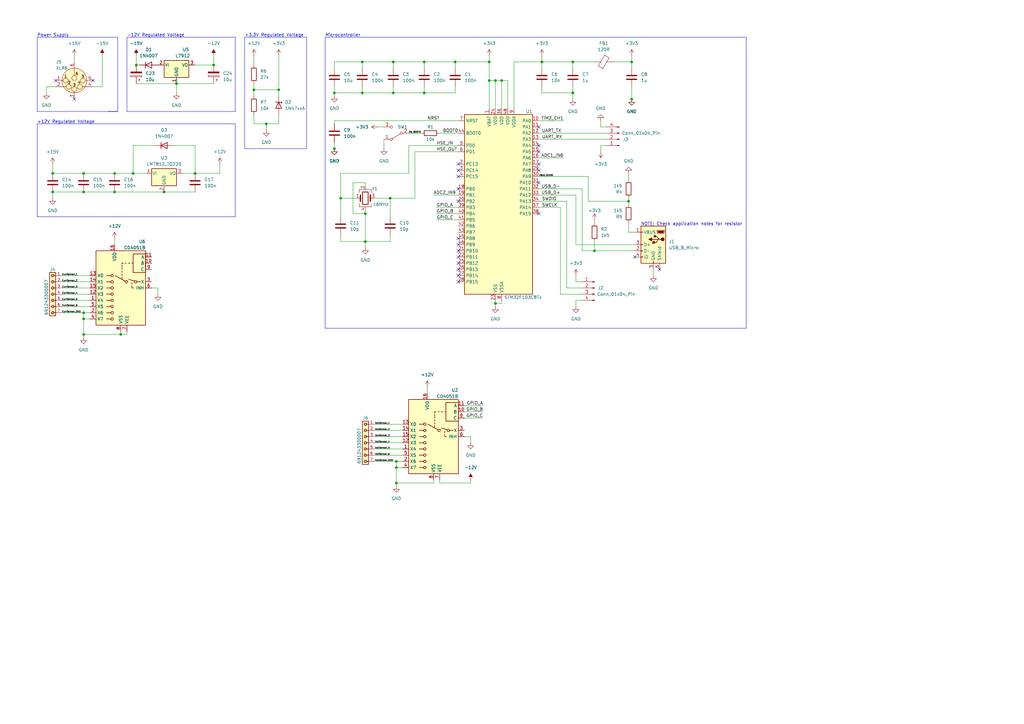
<source format=kicad_sch>
(kicad_sch (version 20230121) (generator eeschema)
  (paper "A3")
  (title_block (title "Senior Design") (date "2023-09-18") (company "Michael Mederos and Julio Barreto Tannoux"))
  (lib_symbols
    (symbol "691243300007:691243300007" (pin_names (offset 1.016))
      (property "Reference" "J" (at -9.96 -0.922 0))
      (property "Value" "691243300007" (at -9.91 -2.58 0))
      (symbol "691243300007_0_0"
        (pin passive line (at -7.62 -5.08 90) (length 2.54) (name "~") (number "1"))
        (pin passive line (at -5.08 -5.08 90) (length 2.54) (name "~") (number "2"))
        (pin passive line (at -2.54 -5.08 90) (length 2.54) (name "~") (number "3"))
        (pin passive line (at 0 -5.08 90) (length 2.54) (name "~") (number "4"))
        (pin passive line (at 2.54 -5.08 90) (length 2.54) (name "~") (number "5"))
        (pin passive line (at 5.08 -5.08 90) (length 2.54) (name "~") (number "6"))
        (pin passive line (at 7.62 -5.08 90) (length 2.54) (name "~") (number "7"))
      )
    )
    (symbol "Analog_Switch:CD4051B"
      (property "Reference" "U" (at -10.16 16.51 0))
      (property "Value" "CD4051B" (at 3.81 16.51 0))
      (symbol "CD4051B_1_1"
        (pin bidirectional line (at 12.7 -5.08 180) (length 2.54) (name "X4") (number "1"))
        (pin input line (at -12.7 10.16 0) (length 2.54) (name "B") (number "10"))
        (pin input line (at -12.7 12.7 0) (length 2.54) (name "A") (number "11"))
        (pin bidirectional line (at 12.7 -2.54 180) (length 2.54) (name "X3") (number "12"))
        (pin bidirectional line (at 12.7 5.08 180) (length 2.54) (name "X0") (number "13"))
        (pin bidirectional line (at 12.7 2.54 180) (length 2.54) (name "X1") (number "14"))
        (pin bidirectional line (at 12.7 0 180) (length 2.54) (name "X2") (number "15"))
        (pin power_in line (at 2.54 17.78 270) (length 2.54) (name "VDD") (number "16"))
        (pin bidirectional line (at 12.7 -10.16 180) (length 2.54) (name "X6") (number "2"))
        (pin bidirectional line (at -12.7 2.54 0) (length 2.54) (name "X") (number "3"))
        (pin bidirectional line (at 12.7 -12.7 180) (length 2.54) (name "X7") (number "4"))
        (pin bidirectional line (at 12.7 -7.62 180) (length 2.54) (name "X5") (number "5"))
        (pin input line (at -12.7 0 0) (length 2.54) (name "INH") (number "6"))
        (pin power_in line (at -2.54 -17.78 90) (length 2.54) (name "VEE") (number "7"))
        (pin power_in line (at 0 -17.78 90) (length 2.54) (name "VSS") (number "8"))
        (pin input line (at -12.7 7.62 0) (length 2.54) (name "C") (number "9"))
      )
    )
    (symbol "Connector:Conn_01x04_Pin" (pin_names (offset 1.016) hide)
      (property "Reference" "J" (at 0 5.08 0))
      (property "Value" "Conn_01x04_Pin" (at 0 -7.62 0))
      (symbol "Conn_01x04_Pin_1_1"
        (pin passive line (at 5.08 2.54 180) (length 3.81) (name "Pin_1") (number "1"))
        (pin passive line (at 5.08 0 180) (length 3.81) (name "Pin_2") (number "2"))
        (pin passive line (at 5.08 -2.54 180) (length 3.81) (name "Pin_3") (number "3"))
        (pin passive line (at 5.08 -5.08 180) (length 3.81) (name "Pin_4") (number "4"))
      )
    )
    (symbol "Connector:USB_B_Micro" (pin_names (offset 1.016))
      (property "Reference" "J" (at -5.08 11.43 0))
      (property "Value" "USB_B_Micro" (at -5.08 8.89 0))
      (symbol "USB_B_Micro_1_1"
        (pin power_out line (at 7.62 5.08 180) (length 2.54) (name "VBUS") (number "1"))
        (pin bidirectional line (at 7.62 -2.54 180) (length 2.54) (name "D-") (number "2"))
        (pin bidirectional line (at 7.62 0 180) (length 2.54) (name "D+") (number "3"))
        (pin passive line (at 7.62 -5.08 180) (length 2.54) (name "ID") (number "4"))
        (pin power_out line (at 0 -10.16 90) (length 2.54) (name "GND") (number "5"))
        (pin passive line (at -2.54 -10.16 90) (length 2.54) (name "Shield") (number "6"))
      )
    )
    (symbol "Connector_Audio:XLR6" (pin_names hide)
      (property "Reference" "J" (at 2.54 6.35 0))
      (property "Value" "XLR6" (at 5.08 -6.096 0))
      (symbol "XLR6_0_1"
        (text "1" (at -3.556 1.778 0) (effects (font (size 1.016 1.016) bold)))
        (text "2" (at -2.032 -0.762 0) (effects (font (size 1.016 1.016) bold)))
        (text "3" (at 0 -1.778 0) (effects (font (size 1.016 1.016) bold)))
        (text "4" (at 2.032 -0.762 0) (effects (font (size 1.016 1.016) bold)))
        (text "5" (at 3.556 1.778 0) (effects (font (size 1.016 1.016) bold)))
        (text "6" (at 1.016 2.794 0) (effects (font (size 1.016 1.016) bold)))
      )
      (symbol "XLR6_1_1"
        (pin passive line (at -7.62 0 0) (length 2.54) (name "P1") (number "1"))
        (pin passive line (at -7.62 -2.54 0) (length 2.54) (name "P2") (number "2"))
        (pin passive line (at 0 -7.62 90) (length 2.54) (name "P3") (number "3"))
        (pin passive line (at 7.62 -2.54 180) (length 2.54) (name "P3") (number "4"))
        (pin passive line (at 7.62 0 180) (length 2.54) (name "P5") (number "5"))
        (pin passive line (at 0 7.62 270) (length 2.54) (name "P6") (number "6"))
      )
    )
    (symbol "Device:C" (pin_numbers hide) (pin_names (offset 0.254))
      (property "Reference" "C" (at 0.635 2.54 0))
      (property "Value" "C" (at 0.635 -2.54 0))
      (symbol "C_1_1"
        (pin passive line (at 0 3.81 270) (length 2.794) (name "~") (number "1"))
        (pin passive line (at 0 -3.81 90) (length 2.794) (name "~") (number "2"))
      )
    )
    (symbol "Device:C_Polarized" (pin_numbers hide) (pin_names (offset 0.254))
      (property "Reference" "C" (at 0.635 2.54 0))
      (property "Value" "C_Polarized" (at 0.635 -2.54 0))
      (symbol "C_Polarized_1_1"
        (pin passive line (at 0 3.81 270) (length 2.794) (name "~") (number "1"))
        (pin passive line (at 0 -3.81 90) (length 2.794) (name "~") (number "2"))
      )
    )
    (symbol "Device:Crystal_GND24" (pin_names (offset 1.016) hide)
      (property "Reference" "Y" (at 3.175 5.08 0))
      (property "Value" "Crystal_GND24" (at 3.175 3.175 0))
      (symbol "Crystal_GND24_1_1"
        (pin passive line (at -3.81 0 0) (length 1.27) (name "1") (number "1"))
        (pin passive line (at 0 5.08 270) (length 1.27) (name "2") (number "2"))
        (pin passive line (at 3.81 0 180) (length 1.27) (name "3") (number "3"))
        (pin passive line (at 0 -5.08 90) (length 1.27) (name "4") (number "4"))
      )
    )
    (symbol "Device:FerriteBead" (pin_numbers hide) (pin_names (offset 0))
      (property "Reference" "FB" (at -3.81 0.635 90))
      (property "Value" "FerriteBead" (at 3.81 0 90))
      (symbol "FerriteBead_1_1"
        (pin passive line (at 0 3.81 270) (length 2.54) (name "~") (number "1"))
        (pin passive line (at 0 -3.81 90) (length 2.54) (name "~") (number "2"))
      )
    )
    (symbol "Device:R" (pin_numbers hide) (pin_names (offset 0))
      (property "Reference" "R" (at 2.032 0 90))
      (property "Value" "R" (at 0 0 90))
      (symbol "R_1_1"
        (pin passive line (at 0 3.81 270) (length 1.27) (name "~") (number "1"))
        (pin passive line (at 0 -3.81 90) (length 1.27) (name "~") (number "2"))
      )
    )
    (symbol "Diode:1N4007" (pin_numbers hide) (pin_names hide)
      (property "Reference" "D" (at 0 2.54 0))
      (property "Value" "1N4007" (at 0 -2.54 0))
      (symbol "1N4007_1_1"
        (pin passive line (at -3.81 0 0) (length 2.54) (name "K") (number "1"))
        (pin passive line (at 3.81 0 180) (length 2.54) (name "A") (number "2"))
      )
    )
    (symbol "Diode:1N47xxA" (pin_numbers hide) (pin_names hide)
      (property "Reference" "D" (at 0 2.54 0))
      (property "Value" "1N47xxA" (at 0 -2.54 0))
      (symbol "1N47xxA_1_1"
        (pin passive line (at -3.81 0 0) (length 2.54) (name "K") (number "1"))
        (pin passive line (at 3.81 0 180) (length 2.54) (name "A") (number "2"))
      )
    )
    (symbol "MCU_ST_STM32F1:STM32F103C8Tx"
      (property "Reference" "U" (at -12.7 39.37 0))
      (property "Value" "STM32F103C8Tx" (at 10.16 39.37 0))
      (symbol "STM32F103C8Tx_1_1"
        (pin power_in line (at -2.54 40.64 270) (length 2.54) (name "VBAT") (number "1"))
        (pin bidirectional line (at 17.78 35.56 180) (length 2.54) (name "PA0") (number "10"))
        (pin bidirectional line (at 17.78 33.02 180) (length 2.54) (name "PA1") (number "11"))
        (pin bidirectional line (at 17.78 30.48 180) (length 2.54) (name "PA2") (number "12"))
        (pin bidirectional line (at 17.78 27.94 180) (length 2.54) (name "PA3") (number "13"))
        (pin bidirectional line (at 17.78 25.4 180) (length 2.54) (name "PA4") (number "14"))
        (pin bidirectional line (at 17.78 22.86 180) (length 2.54) (name "PA5") (number "15"))
        (pin bidirectional line (at 17.78 20.32 180) (length 2.54) (name "PA6") (number "16"))
        (pin bidirectional line (at 17.78 17.78 180) (length 2.54) (name "PA7") (number "17"))
        (pin bidirectional line (at -15.24 7.62 0) (length 2.54) (name "PB0") (number "18"))
        (pin bidirectional line (at -15.24 5.08 0) (length 2.54) (name "PB1") (number "19"))
        (pin bidirectional line (at -15.24 17.78 0) (length 2.54) (name "PC13") (number "2"))
        (pin bidirectional line (at -15.24 2.54 0) (length 2.54) (name "PB2") (number "20"))
        (pin bidirectional line (at -15.24 -17.78 0) (length 2.54) (name "PB10") (number "21"))
        (pin bidirectional line (at -15.24 -20.32 0) (length 2.54) (name "PB11") (number "22"))
        (pin power_in line (at 0 -38.1 90) (length 2.54) (name "VSS") (number "23"))
        (pin power_in line (at 0 40.64 270) (length 2.54) (name "VDD") (number "24"))
        (pin bidirectional line (at -15.24 -22.86 0) (length 2.54) (name "PB12") (number "25"))
        (pin bidirectional line (at -15.24 -25.4 0) (length 2.54) (name "PB13") (number "26"))
        (pin bidirectional line (at -15.24 -27.94 0) (length 2.54) (name "PB14") (number "27"))
        (pin bidirectional line (at -15.24 -30.48 0) (length 2.54) (name "PB15") (number "28"))
        (pin bidirectional line (at 17.78 15.24 180) (length 2.54) (name "PA8") (number "29"))
        (pin bidirectional line (at -15.24 15.24 0) (length 2.54) (name "PC14") (number "3"))
        (pin bidirectional line (at 17.78 12.7 180) (length 2.54) (name "PA9") (number "30"))
        (pin bidirectional line (at 17.78 10.16 180) (length 2.54) (name "PA10") (number "31"))
        (pin bidirectional line (at 17.78 7.62 180) (length 2.54) (name "PA11") (number "32"))
        (pin bidirectional line (at 17.78 5.08 180) (length 2.54) (name "PA12") (number "33"))
        (pin bidirectional line (at 17.78 2.54 180) (length 2.54) (name "PA13") (number "34"))
        (pin passive line (at 0 -38.1 90) (length 2.54) hide (name "VSS") (number "35"))
        (pin power_in line (at 2.54 40.64 270) (length 2.54) (name "VDD") (number "36"))
        (pin bidirectional line (at 17.78 0 180) (length 2.54) (name "PA14") (number "37"))
        (pin bidirectional line (at 17.78 -2.54 180) (length 2.54) (name "PA15") (number "38"))
        (pin bidirectional line (at -15.24 0 0) (length 2.54) (name "PB3") (number "39"))
        (pin bidirectional line (at -15.24 12.7 0) (length 2.54) (name "PC15") (number "4"))
        (pin bidirectional line (at -15.24 -2.54 0) (length 2.54) (name "PB4") (number "40"))
        (pin bidirectional line (at -15.24 -5.08 0) (length 2.54) (name "PB5") (number "41"))
        (pin bidirectional line (at -15.24 -7.62 0) (length 2.54) (name "PB6") (number "42"))
        (pin bidirectional line (at -15.24 -10.16 0) (length 2.54) (name "PB7") (number "43"))
        (pin input line (at -15.24 30.48 0) (length 2.54) (name "BOOT0") (number "44"))
        (pin bidirectional line (at -15.24 -12.7 0) (length 2.54) (name "PB8") (number "45"))
        (pin bidirectional line (at -15.24 -15.24 0) (length 2.54) (name "PB9") (number "46"))
        (pin passive line (at 0 -38.1 90) (length 2.54) hide (name "VSS") (number "47"))
        (pin power_in line (at 5.08 40.64 270) (length 2.54) (name "VDD") (number "48"))
        (pin bidirectional line (at -15.24 25.4 0) (length 2.54) (name "PD0") (number "5"))
        (pin bidirectional line (at -15.24 22.86 0) (length 2.54) (name "PD1") (number "6"))
        (pin input line (at -15.24 35.56 0) (length 2.54) (name "NRST") (number "7"))
        (pin power_in line (at 2.54 -38.1 90) (length 2.54) (name "VSSA") (number "8"))
        (pin power_in line (at 7.62 40.64 270) (length 2.54) (name "VDDA") (number "9"))
      )
    )
    (symbol "Regulator_Linear:L7912" (pin_names (offset 0.254))
      (property "Reference" "U" (at -3.81 -3.175 0))
      (property "Value" "L7912" (at 0 -3.175 0))
      (symbol "L7912_1_1"
        (pin power_in line (at 0 7.62 270) (length 2.54) (name "GND") (number "1"))
        (pin power_in line (at -7.62 0 0) (length 2.54) (name "VI") (number "2"))
        (pin power_out line (at 7.62 0 180) (length 2.54) (name "VO") (number "3"))
      )
    )
    (symbol "Regulator_Linear:LM7812_TO220" (pin_names (offset 0.254))
      (property "Reference" "U" (at -3.81 3.175 0))
      (property "Value" "LM7812_TO220" (at 0 3.175 0))
      (symbol "LM7812_TO220_1_1"
        (pin power_in line (at -7.62 0 0) (length 2.54) (name "VI") (number "1"))
        (pin power_in line (at 0 -7.62 90) (length 2.54) (name "GND") (number "2"))
        (pin power_out line (at 7.62 0 180) (length 2.54) (name "VO") (number "3"))
      )
    )
    (symbol "Switch:SW_SPDT" (pin_names (offset 0) hide)
      (property "Reference" "SW" (at 0 4.318 0))
      (property "Value" "SW_SPDT" (at 0 -5.08 0))
      (symbol "SW_SPDT_1_1"
        (pin passive line (at 5.08 2.54 180) (length 2.54) (name "A") (number "1"))
        (pin passive line (at -5.08 0 0) (length 2.54) (name "B") (number "2"))
        (pin passive line (at 5.08 -2.54 180) (length 2.54) (name "C") (number "3"))
      )
    )
    (symbol "power:+12V" (power) (pin_names (offset 0))
      (property "Value" "+12V" (at 0 3.556 0))
      (symbol "+12V_1_1"
        (pin power_in line (at 0 0 90) (length 0) hide (name "+12V") (number "1"))
      )
    )
    (symbol "power:+15V" (power) (pin_names (offset 0))
      (property "Value" "+15V" (at 0 3.556 0))
      (symbol "+15V_1_1"
        (pin power_in line (at 0 0 90) (length 0) hide (name "+15V") (number "1"))
      )
    )
    (symbol "power:+3V3" (power) (pin_names (offset 0))
      (property "Value" "+3V3" (at 0 3.556 0))
      (symbol "+3V3_1_1"
        (pin power_in line (at 0 0 90) (length 0) hide (name "+3V3") (number "1"))
      )
    )
    (symbol "power:-12V" (power) (pin_names (offset 0))
      (property "Value" "-12V" (at 0 3.81 0))
      (symbol "-12V_0_0"
        (pin power_in line (at 0 0 90) (length 0) hide (name "-12V") (number "1"))
      )
    )
    (symbol "power:-15V" (power) (pin_names (offset 0))
      (property "Value" "-15V" (at 0 3.81 0))
      (symbol "-15V_0_0"
        (pin power_in line (at 0 0 90) (length 0) hide (name "-15V") (number "1"))
      )
    )
    (symbol "power:GND" (power) (pin_names (offset 0))
      (property "Value" "GND" (at 0 -3.81 0))
      (symbol "GND_1_1"
        (pin power_in line (at 0 0 270) (length 0) hide (name "GND") (number "1"))
      )
    )
  )
  (junction (at 161.29 38.1))
  (junction (at 34.29 137.16))
  (junction (at 173.99 38.1))
  (junction (at 72.39 34.29))
  (junction (at 80.01 71.12))
  (junction (at 162.56 191.77))
  (junction (at 55.88 26.67))
  (junction (at 104.14 36.83))
  (junction (at 203.2 33.02))
  (junction (at 21.59 71.12))
  (junction (at 46.99 78.74))
  (junction (at 257.81 82.55))
  (junction (at 203.2 124.46))
  (junction (at 139.7 81.28))
  (junction (at 34.29 128.27))
  (junction (at 67.31 78.74))
  (junction (at 34.29 130.81))
  (junction (at 114.3 36.83))
  (junction (at 259.08 25.4))
  (junction (at 243.84 102.87))
  (junction (at 173.99 25.4))
  (junction (at 46.99 71.12))
  (junction (at 54.61 71.12))
  (junction (at 160.02 81.28))
  (junction (at 186.69 25.4))
  (junction (at 34.29 78.74))
  (junction (at 149.86 87.63))
  (junction (at 49.53 137.16))
  (junction (at 148.59 38.1))
  (junction (at 222.25 25.4))
  (junction (at 259.08 40.64))
  (junction (at 87.63 26.67))
  (junction (at 34.29 71.12))
  (junction (at 149.86 99.06))
  (junction (at 137.16 38.1))
  (junction (at 161.29 25.4))
  (junction (at 205.74 33.02))
  (junction (at 109.22 50.8))
  (junction (at 200.66 25.4))
  (junction (at 162.56 189.23))
  (junction (at 200.66 33.02))
  (junction (at 137.16 60.96))
  (junction (at 162.56 198.12))
  (junction (at 234.95 25.4))
  (junction (at 148.59 25.4))
  (junction (at 234.95 38.1))
  (junction (at 21.59 78.74))
  (no_connect (at 220.98 69.85))
  (no_connect (at 30.48 40.64))
  (no_connect (at 187.96 115.57))
  (no_connect (at 187.96 105.41))
  (no_connect (at 260.35 105.41))
  (no_connect (at 38.1 33.02))
  (no_connect (at 220.98 52.07))
  (no_connect (at 220.98 59.69))
  (no_connect (at 220.98 74.93))
  (no_connect (at 187.96 67.31))
  (no_connect (at 220.98 67.31))
  (no_connect (at 187.96 82.55))
  (no_connect (at 187.96 107.95))
  (no_connect (at 187.96 100.33))
  (no_connect (at 270.51 110.49))
  (no_connect (at 220.98 62.23))
  (no_connect (at 187.96 110.49))
  (no_connect (at 22.86 33.02))
  (no_connect (at 187.96 72.39))
  (no_connect (at 187.96 102.87))
  (no_connect (at 187.96 77.47))
  (no_connect (at 187.96 69.85))
  (no_connect (at 220.98 87.63))
  (no_connect (at 187.96 113.03))
  (no_connect (at 187.96 97.79))
  (wire (pts (xy 55.88 26.67) (xy 57.15 26.67)))
  (wire (pts (xy 160.02 81.28) (xy 170.18 81.28)))
  (wire (pts (xy 25.4 128.27) (xy 34.29 128.27)))
  (wire (pts (xy 55.88 34.29) (xy 72.39 34.29)))
  (wire (pts (xy 248.92 52.07) (xy 246.38 52.07)))
  (wire (pts (xy 162.56 198.12) (xy 162.56 199.39)))
  (wire (pts (xy 238.76 77.47) (xy 238.76 102.87)))
  (wire (pts (xy 153.67 179.07) (xy 165.1 179.07)))
  (wire (pts (xy 170.18 81.28) (xy 170.18 62.23)))
  (wire (pts (xy 153.67 186.69) (xy 165.1 186.69)))
  (wire (pts (xy 234.95 38.1) (xy 234.95 40.64)))
  (wire (pts (xy 67.31 78.74) (xy 80.01 78.74)))
  (wire (pts (xy 180.34 198.12) (xy 193.04 198.12)))
  (wire (pts (xy 21.59 78.74) (xy 34.29 78.74)))
  (wire (pts (xy 161.29 25.4) (xy 173.99 25.4)))
  (polyline (pts (xy 15.24 50.8) (xy 96.52 50.8)))
  (wire (pts (xy 144.78 87.63) (xy 144.78 74.93)))
  (wire (pts (xy 21.59 71.12) (xy 34.29 71.12)))
  (wire (pts (xy 149.86 101.6) (xy 149.86 99.06)))
  (polyline (pts (xy 52.07 15.24) (xy 52.07 45.72)))
  (wire (pts (xy 34.29 78.74) (xy 46.99 78.74)))
  (wire (pts (xy 72.39 34.29) (xy 87.63 34.29)))
  (wire (pts (xy 46.99 97.79) (xy 46.99 100.33)))
  (wire (pts (xy 49.53 137.16) (xy 52.07 137.16)))
  (wire (pts (xy 236.22 100.33) (xy 260.35 100.33)))
  (wire (pts (xy 34.29 71.12) (xy 46.99 71.12)))
  (wire (pts (xy 137.16 27.94) (xy 137.16 25.4)))
  (wire (pts (xy 148.59 38.1) (xy 137.16 38.1)))
  (wire (pts (xy 179.07 90.17) (xy 187.96 90.17)))
  (wire (pts (xy 137.16 49.53) (xy 137.16 50.8)))
  (polyline (pts (xy 125.73 60.96) (xy 125.73 15.24)))
  (wire (pts (xy 222.25 22.86) (xy 222.25 25.4)))
  (wire (pts (xy 177.8 198.12) (xy 177.8 196.85)))
  (wire (pts (xy 220.98 49.53) (xy 231.14 49.53)))
  (wire (pts (xy 21.59 67.31) (xy 21.59 71.12)))
  (wire (pts (xy 208.28 33.02) (xy 205.74 33.02)))
  (wire (pts (xy 173.99 35.56) (xy 173.99 38.1)))
  (wire (pts (xy 80.01 59.69) (xy 80.01 71.12)))
  (wire (pts (xy 251.46 25.4) (xy 259.08 25.4)))
  (wire (pts (xy 153.67 173.99) (xy 165.1 173.99)))
  (wire (pts (xy 170.18 62.23) (xy 187.96 62.23)))
  (wire (pts (xy 41.91 35.56) (xy 41.91 22.86)))
  (wire (pts (xy 38.1 35.56) (xy 41.91 35.56)))
  (wire (pts (xy 203.2 124.46) (xy 203.2 125.73)))
  (wire (pts (xy 241.3 72.39) (xy 241.3 82.55)))
  (wire (pts (xy 203.2 123.19) (xy 203.2 124.46)))
  (wire (pts (xy 220.98 80.01) (xy 236.22 80.01)))
  (wire (pts (xy 80.01 26.67) (xy 87.63 26.67)))
  (wire (pts (xy 238.76 77.47) (xy 220.98 77.47)))
  (wire (pts (xy 257.81 91.44) (xy 257.81 95.25)))
  (wire (pts (xy 153.67 189.23) (xy 162.56 189.23)))
  (wire (pts (xy 179.07 87.63) (xy 187.96 87.63)))
  (wire (pts (xy 200.66 22.86) (xy 200.66 25.4)))
  (wire (pts (xy 234.95 27.94) (xy 234.95 25.4)))
  (polyline (pts (xy 133.35 134.62) (xy 306.07 134.62)))
  (wire (pts (xy 257.81 81.28) (xy 257.81 82.55)))
  (wire (pts (xy 260.35 95.25) (xy 257.81 95.25)))
  (wire (pts (xy 74.93 71.12) (xy 80.01 71.12)))
  (wire (pts (xy 234.95 25.4) (xy 243.84 25.4)))
  (wire (pts (xy 34.29 137.16) (xy 34.29 138.43)))
  (wire (pts (xy 25.4 120.65) (xy 36.83 120.65)))
  (wire (pts (xy 238.76 102.87) (xy 243.84 102.87)))
  (wire (pts (xy 165.1 189.23) (xy 162.56 189.23)))
  (polyline (pts (xy 15.24 45.72) (xy 48.26 45.72)))
  (wire (pts (xy 137.16 58.42) (xy 137.16 60.96)))
  (wire (pts (xy 104.14 34.29) (xy 104.14 36.83)))
  (wire (pts (xy 193.04 179.07) (xy 193.04 181.61)))
  (wire (pts (xy 210.82 25.4) (xy 210.82 44.45)))
  (polyline (pts (xy 48.26 15.24) (xy 15.24 15.24)))
  (wire (pts (xy 25.4 115.57) (xy 36.83 115.57)))
  (wire (pts (xy 114.3 36.83) (xy 114.3 39.37)))
  (wire (pts (xy 149.86 74.93) (xy 149.86 76.2)))
  (wire (pts (xy 222.25 35.56) (xy 222.25 38.1)))
  (wire (pts (xy 149.86 87.63) (xy 144.78 87.63)))
  (wire (pts (xy 180.34 198.12) (xy 180.34 196.85)))
  (wire (pts (xy 139.7 81.28) (xy 139.7 71.12)))
  (wire (pts (xy 236.22 113.03) (xy 236.22 115.57)))
  (wire (pts (xy 109.22 50.8) (xy 114.3 50.8)))
  (wire (pts (xy 234.95 38.1) (xy 234.95 35.56)))
  (wire (pts (xy 205.74 123.19) (xy 205.74 124.46)))
  (wire (pts (xy 173.99 25.4) (xy 186.69 25.4)))
  (wire (pts (xy 153.67 81.28) (xy 160.02 81.28)))
  (wire (pts (xy 46.99 78.74) (xy 67.31 78.74)))
  (wire (pts (xy 114.3 46.99) (xy 114.3 50.8)))
  (wire (pts (xy 179.07 85.09) (xy 187.96 85.09)))
  (wire (pts (xy 257.81 82.55) (xy 257.81 83.82)))
  (wire (pts (xy 63.5 59.69) (xy 54.61 59.69)))
  (wire (pts (xy 246.38 52.07) (xy 246.38 49.53)))
  (wire (pts (xy 144.78 74.93) (xy 149.86 74.93)))
  (wire (pts (xy 190.5 179.07) (xy 193.04 179.07)))
  (wire (pts (xy 246.38 59.69) (xy 248.92 59.69)))
  (wire (pts (xy 162.56 191.77) (xy 162.56 198.12)))
  (wire (pts (xy 137.16 38.1) (xy 137.16 35.56)))
  (wire (pts (xy 165.1 191.77) (xy 162.56 191.77)))
  (wire (pts (xy 161.29 35.56) (xy 161.29 38.1)))
  (wire (pts (xy 208.28 33.02) (xy 208.28 44.45)))
  (wire (pts (xy 234.95 25.4) (xy 222.25 25.4)))
  (wire (pts (xy 137.16 25.4) (xy 148.59 25.4)))
  (wire (pts (xy 19.05 35.56) (xy 19.05 38.1)))
  (wire (pts (xy 220.98 64.77) (xy 231.14 64.77)))
  (polyline (pts (xy 52.07 45.72) (xy 96.52 45.72)))
  (polyline (pts (xy 44.45 45.72) (xy 48.26 45.72)))
  (wire (pts (xy 146.05 81.28) (xy 139.7 81.28)))
  (wire (pts (xy 200.66 33.02) (xy 200.66 44.45)))
  (wire (pts (xy 25.4 113.03) (xy 36.83 113.03)))
  (wire (pts (xy 161.29 38.1) (xy 148.59 38.1)))
  (wire (pts (xy 167.64 71.12) (xy 167.64 59.69)))
  (wire (pts (xy 52.07 137.16) (xy 52.07 135.89)))
  (wire (pts (xy 64.77 118.11) (xy 64.77 120.65)))
  (wire (pts (xy 220.98 85.09) (xy 229.87 85.09)))
  (wire (pts (xy 34.29 130.81) (xy 34.29 137.16)))
  (wire (pts (xy 198.12 166.37) (xy 190.5 166.37)))
  (wire (pts (xy 62.23 118.11) (xy 64.77 118.11)))
  (wire (pts (xy 229.87 120.65) (xy 229.87 85.09)))
  (wire (pts (xy 54.61 71.12) (xy 59.69 71.12)))
  (wire (pts (xy 55.88 22.86) (xy 55.88 26.67)))
  (wire (pts (xy 161.29 25.4) (xy 161.29 27.94)))
  (polyline (pts (xy 48.26 15.24) (xy 48.26 45.72)))
  (wire (pts (xy 139.7 99.06) (xy 139.7 96.52)))
  (wire (pts (xy 148.59 25.4) (xy 148.59 27.94)))
  (wire (pts (xy 80.01 71.12) (xy 90.17 71.12)))
  (wire (pts (xy 186.69 25.4) (xy 200.66 25.4)))
  (wire (pts (xy 241.3 82.55) (xy 257.81 82.55)))
  (wire (pts (xy 104.14 22.86) (xy 104.14 26.67)))
  (wire (pts (xy 198.12 171.45) (xy 190.5 171.45)))
  (wire (pts (xy 205.74 124.46) (xy 203.2 124.46)))
  (wire (pts (xy 149.86 99.06) (xy 139.7 99.06)))
  (wire (pts (xy 220.98 82.55) (xy 232.41 82.55)))
  (wire (pts (xy 87.63 22.86) (xy 87.63 26.67)))
  (wire (pts (xy 205.74 33.02) (xy 203.2 33.02)))
  (wire (pts (xy 153.67 184.15) (xy 165.1 184.15)))
  (wire (pts (xy 220.98 57.15) (xy 248.92 57.15)))
  (wire (pts (xy 149.86 86.36) (xy 149.86 87.63)))
  (wire (pts (xy 71.12 59.69) (xy 80.01 59.69)))
  (wire (pts (xy 139.7 71.12) (xy 167.64 71.12)))
  (wire (pts (xy 160.02 81.28) (xy 160.02 88.9)))
  (wire (pts (xy 90.17 71.12) (xy 90.17 67.31)))
  (wire (pts (xy 200.66 25.4) (xy 200.66 33.02)))
  (wire (pts (xy 232.41 118.11) (xy 232.41 82.55)))
  (wire (pts (xy 36.83 130.81) (xy 34.29 130.81)))
  (wire (pts (xy 148.59 25.4) (xy 161.29 25.4)))
  (wire (pts (xy 22.86 35.56) (xy 19.05 35.56)))
  (wire (pts (xy 167.64 54.61) (xy 172.72 54.61)))
  (wire (pts (xy 205.74 33.02) (xy 205.74 44.45)))
  (wire (pts (xy 137.16 39.37) (xy 137.16 38.1)))
  (wire (pts (xy 30.48 22.86) (xy 30.48 25.4)))
  (wire (pts (xy 193.04 198.12) (xy 193.04 196.85)))
  (wire (pts (xy 238.76 118.11) (xy 232.41 118.11)))
  (wire (pts (xy 177.8 80.01) (xy 187.96 80.01)))
  (polyline (pts (xy 52.07 15.24) (xy 96.52 15.24)))
  (wire (pts (xy 104.14 36.83) (xy 114.3 36.83)))
  (wire (pts (xy 109.22 50.8) (xy 109.22 53.34)))
  (wire (pts (xy 154.94 52.07) (xy 157.48 52.07)))
  (wire (pts (xy 186.69 35.56) (xy 186.69 38.1)))
  (wire (pts (xy 267.97 110.49) (xy 267.97 113.03)))
  (polyline (pts (xy 133.35 15.24) (xy 306.07 15.24)))
  (polyline (pts (xy 133.35 15.24) (xy 133.35 134.62)))
  (wire (pts (xy 25.4 125.73) (xy 36.83 125.73)))
  (wire (pts (xy 220.98 72.39) (xy 241.3 72.39)))
  (polyline (pts (xy 15.24 50.8) (xy 15.24 88.9)))
  (wire (pts (xy 222.25 25.4) (xy 210.82 25.4)))
  (wire (pts (xy 238.76 123.19) (xy 236.22 123.19)))
  (wire (pts (xy 222.25 25.4) (xy 222.25 27.94)))
  (wire (pts (xy 36.83 128.27) (xy 34.29 128.27)))
  (wire (pts (xy 246.38 62.23) (xy 246.38 59.69)))
  (wire (pts (xy 160.02 96.52) (xy 160.02 99.06)))
  (wire (pts (xy 114.3 22.86) (xy 114.3 36.83)))
  (wire (pts (xy 149.86 99.06) (xy 160.02 99.06)))
  (wire (pts (xy 173.99 25.4) (xy 173.99 27.94)))
  (wire (pts (xy 21.59 78.74) (xy 21.59 81.28)))
  (wire (pts (xy 186.69 38.1) (xy 173.99 38.1)))
  (wire (pts (xy 173.99 38.1) (xy 161.29 38.1)))
  (wire (pts (xy 153.67 176.53) (xy 165.1 176.53)))
  (wire (pts (xy 104.14 46.99) (xy 104.14 50.8)))
  (wire (pts (xy 167.64 59.69) (xy 187.96 59.69)))
  (wire (pts (xy 34.29 128.27) (xy 34.29 130.81)))
  (wire (pts (xy 200.66 33.02) (xy 203.2 33.02)))
  (wire (pts (xy 104.14 50.8) (xy 109.22 50.8)))
  (wire (pts (xy 54.61 59.69) (xy 54.61 71.12)))
  (wire (pts (xy 49.53 137.16) (xy 49.53 135.89)))
  (wire (pts (xy 236.22 80.01) (xy 236.22 100.33)))
  (wire (pts (xy 259.08 22.86) (xy 259.08 25.4)))
  (polyline (pts (xy 100.33 15.24) (xy 125.73 15.24)))
  (wire (pts (xy 104.14 36.83) (xy 104.14 39.37)))
  (wire (pts (xy 236.22 123.19) (xy 236.22 125.73)))
  (wire (pts (xy 162.56 198.12) (xy 177.8 198.12)))
  (wire (pts (xy 25.4 118.11) (xy 36.83 118.11)))
  (wire (pts (xy 220.98 54.61) (xy 248.92 54.61)))
  (wire (pts (xy 238.76 120.65) (xy 229.87 120.65)))
  (wire (pts (xy 175.26 158.75) (xy 175.26 161.29)))
  (polyline (pts (xy 96.52 45.72) (xy 96.52 15.24)))
  (polyline (pts (xy 96.52 88.9) (xy 96.52 50.8)))
  (wire (pts (xy 236.22 115.57) (xy 238.76 115.57)))
  (wire (pts (xy 243.84 90.17) (xy 243.84 91.44)))
  (polyline (pts (xy 306.07 134.62) (xy 306.07 15.24)))
  (polyline (pts (xy 15.24 15.24) (xy 15.24 45.72)))
  (wire (pts (xy 180.34 54.61) (xy 187.96 54.61)))
  (wire (pts (xy 203.2 33.02) (xy 203.2 44.45)))
  (polyline (pts (xy 100.33 15.24) (xy 100.33 60.96)))
  (wire (pts (xy 198.12 168.91) (xy 190.5 168.91)))
  (wire (pts (xy 157.48 57.15) (xy 157.48 60.96)))
  (wire (pts (xy 162.56 189.23) (xy 162.56 191.77)))
  (wire (pts (xy 243.84 102.87) (xy 260.35 102.87)))
  (wire (pts (xy 149.86 87.63) (xy 149.86 99.06)))
  (wire (pts (xy 139.7 81.28) (xy 139.7 88.9)))
  (wire (pts (xy 259.08 25.4) (xy 259.08 27.94)))
  (wire (pts (xy 257.81 73.66) (xy 257.81 71.12)))
  (polyline (pts (xy 15.24 88.9) (xy 96.52 88.9)))
  (wire (pts (xy 153.67 181.61) (xy 165.1 181.61)))
  (wire (pts (xy 46.99 71.12) (xy 54.61 71.12)))
  (polyline (pts (xy 100.33 60.96) (xy 125.73 60.96)))
  (wire (pts (xy 72.39 34.29) (xy 72.39 38.1)))
  (wire (pts (xy 222.25 38.1) (xy 234.95 38.1)))
  (wire (pts (xy 25.4 123.19) (xy 36.83 123.19)))
  (wire (pts (xy 186.69 27.94) (xy 186.69 25.4)))
  (wire (pts (xy 34.29 137.16) (xy 49.53 137.16)))
  (wire (pts (xy 148.59 35.56) (xy 148.59 38.1)))
  (wire (pts (xy 243.84 99.06) (xy 243.84 102.87)))
  (wire (pts (xy 187.96 49.53) (xy 137.16 49.53)))
  (wire (pts (xy 259.08 35.56) (xy 259.08 40.64)))
  (text "Power Supply\n" (at 15.24 15.24 0) (effects (font (size 1.27 1.27)) (justify left bottom)))
  (text "-12V Regulated Voltage\n" (at 52.07 15.24 0) (effects (font (size 1.27 1.27)) (justify left bottom)))
  (text "Microcontroller" (at 133.35 15.24 0) (effects (font (size 1.27 1.27)) (justify left bottom)))
  (text "+3.3V Regulated Voltage\n" (at 100.33 15.24 0) (effects (font (size 1.27 1.27)) (justify left bottom)))
  (text "+12V Regulated Voltage" (at 15.24 50.8 0) (effects (font (size 1.27 1.27)) (justify left bottom)))
  (text "NOTE: Check application notes for resistor" (at 262.89 92.71 0) (effects (font (size 1.27 1.27)) (justify left bottom)))
  (label "SW_BOOT0" (at 167.64 54.61 0) (effects (font (size 0.63 0.63))))
  (label "HSE_OUT" (at 179.07 62.23 0))
  (label "SWDIO" (at 222.25 82.55 0))
  (label "USB_D+" (at 229.87 80.01 180))
  (label "CurrSensor_6" (at 25.4 125.73 0) (effects (font (size 0.63 0.63))))
  (label "VoltSensor_2" (at 153.67 176.53 0) (effects (font (size 0.63 0.63))))
  (label "GPIO_C" (at 179.07 90.17 0))
  (label "CurrSensor_1" (at 25.4 113.03 0) (effects (font (size 0.63 0.63))))
  (label "TIM2_CH1" (at 231.14 49.53 180))
  (label "VoltSensor_5" (at 153.67 184.15 0) (effects (font (size 0.63 0.63))))
  (label "GPIO_C" (at 198.12 171.45 180))
  (label "NRST" (at 175.26 49.53 0))
  (label "GPIO_A" (at 198.12 166.37 180))
  (label "BOOT0" (at 181.61 54.61 0))
  (label "CurrSensor_3" (at 25.4 118.11 0) (effects (font (size 0.63 0.63))))
  (label "CurrSensor_4" (at 25.4 120.65 0) (effects (font (size 0.63 0.63))))
  (label "CurrSensor_GND" (at 25.4 128.27 0) (effects (font (size 0.63 0.63))))
  (label "ADC2_IN9" (at 177.8 80.01 0))
  (label "VoltSensor_GND" (at 153.67 189.23 0) (effects (font (size 0.63 0.63))))
  (label "ADC1_IN6" (at 231.14 64.77 180))
  (label "VoltSensor_6" (at 153.67 186.69 0) (effects (font (size 0.63 0.63))))
  (label "VoltSensor_3" (at 153.67 179.07 0) (effects (font (size 0.63 0.63))))
  (label "UART_TX" (at 222.25 54.61 0))
  (label "CurrSensor_5" (at 25.4 123.19 0) (effects (font (size 0.63 0.63))))
  (label "UART_RX" (at 222.25 57.15 0))
  (label "GPIO_B" (at 198.12 168.91 180))
  (label "VoltSensor_1" (at 153.67 173.99 0) (effects (font (size 0.63 0.63))))
  (label "USB_D-" (at 229.87 77.47 180))
  (label "GPIO_B" (at 179.07 87.63 0))
  (label "HSE_IN" (at 179.07 59.69 0))
  (label "SWCLK" (at 222.25 85.09 0))
  (label "GPIO_A" (at 179.07 85.09 0))
  (label "VBUS_SENSE" (at 220.98 72.39 0) (effects (font (size 0.63 0.63))))
  (label "VoltSensor_4" (at 153.67 181.61 0) (effects (font (size 0.63 0.63))))
  (label "CurrSensor_2" (at 25.4 115.57 0) (effects (font (size 0.63 0.63))))
  (symbol (lib_id "Diode:1N4007") (at 67.31 59.69 0) (unit 1)
    (property "Reference" "D3" (at 67.31 53.34 0))
    (property "Value" "1N4007" (at 67.31 55.88 0))
    (property "Footprint" "Diode_THT:D_DO-41_SOD81_P10.16mm_Horizontal" (effects hide))
    (property "Datasheet" "http://www.vishay.com/docs/88503/1n4001.pdf" (effects hide))
    (property "Sim.Device" "D" (effects hide))
    (property "Sim.Pins" "1=K 2=A" (effects hide))
  )
  (symbol (lib_id "Connector:Conn_01x04_Pin") (at 243.84 118.11 0) (mirror y) (unit 1)
    (property "Reference" "J2" (at 246.38 118.11 0))
    (property "Value" "Conn_01x04_Pin" (at 252.73 120.65 0))
  )
  (symbol (lib_id "power:GND") (at 137.16 60.96 0) (unit 1)
    (property "Reference" "#PWR08" (effects hide))
    (property "Value" "GND" (at 137.16 66.04 0))
  )
  (symbol (lib_id "Device:C") (at 137.16 54.61 0) (unit 1)
    (property "Reference" "C9" (at 140.97 53.34 0) (effects (justify left)))
    (property "Value" "100n" (at 140.97 55.88 0) (effects (justify left)))
  )
  (symbol (lib_id "power:GND") (at 267.97 113.03 0) (unit 1)
    (property "Reference" "#PWR014" (effects hide))
    (property "Value" "GND" (at 267.97 118.11 0))
  )
  (symbol (lib_id "power:GND") (at 162.56 199.39 0) (unit 1)
    (property "Reference" "#PWR019" (effects hide))
    (property "Value" "GND" (at 162.56 204.47 0))
  )
  (symbol (lib_id "power:+3V3") (at 246.38 62.23 0) (mirror x) (unit 1)
    (property "Reference" "#PWR022" (effects hide))
    (property "Value" "+3V3" (at 246.38 67.31 0))
  )
  (symbol (lib_id "Connector:USB_B_Micro") (at 267.97 100.33 0) (mirror y) (unit 1)
    (property "Reference" "J1" (at 274.32 99.06 0) (effects (justify right)))
    (property "Value" "USB_B_Micro" (at 274.32 101.6 0) (effects (justify right)))
  )
  (symbol (lib_id "Device:R") (at 176.53 54.61 90) (unit 1)
    (property "Reference" "R1" (at 176.53 52.07 90))
    (property "Value" "10k" (at 176.53 57.15 90))
  )
  (symbol (lib_id "power:+3V3") (at 114.3 22.86 0) (unit 1)
    (property "Reference" "#PWR038" (effects hide))
    (property "Value" "+3V3" (at 114.3 17.78 0))
  )
  (symbol (lib_id "Device:C_Polarized") (at 87.63 30.48 180) (unit 1)
    (property "Reference" "C24" (at 91.44 30.099 0) (effects (justify right)))
    (property "Value" "10u" (at 91.44 32.639 0) (effects (justify right)))
  )
  (symbol (lib_id "power:+12V") (at 90.17 67.31 0) (unit 1)
    (property "Reference" "#PWR024" (effects hide))
    (property "Value" "+12V" (at 90.17 62.23 0))
  )
  (symbol (lib_id "power:-12V") (at 193.04 196.85 0) (unit 1)
    (property "Reference" "#PWR027" (effects hide))
    (property "Value" "-12V" (at 193.04 191.77 0))
  )
  (symbol (lib_id "power:+3V3") (at 259.08 22.86 0) (unit 1)
    (property "Reference" "#PWR05" (effects hide))
    (property "Value" "+3V3" (at 259.08 17.78 0))
  )
  (symbol (lib_id "Connector:Conn_01x04_Pin") (at 254 57.15 180) (unit 1)
    (property "Reference" "J3" (at 256.54 57.15 0))
    (property "Value" "Conn_01x04_Pin" (at 262.89 54.61 0))
  )
  (symbol (lib_id "Device:C") (at 161.29 31.75 0) (unit 1)
    (property "Reference" "C3" (at 165.1 30.48 0) (effects (justify left)))
    (property "Value" "100n" (at 165.1 33.02 0) (effects (justify left)))
  )
  (symbol (lib_id "power:GND") (at 257.81 71.12 180) (unit 1)
    (property "Reference" "#PWR015" (effects hide))
    (property "Value" "GND" (at 257.81 66.04 0))
  )
  (symbol (lib_id "Device:R") (at 104.14 30.48 0) (unit 1)
    (property "Reference" "R6" (at 106.68 29.21 0) (effects (justify left)))
    (property "Value" "27k" (at 106.68 31.75 0) (effects (justify left)))
  )
  (symbol (lib_id "power:GND") (at 236.22 125.73 0) (unit 1)
    (property "Reference" "#PWR018" (effects hide))
    (property "Value" "GND" (at 236.22 130.81 0))
  )
  (symbol (lib_id "Device:C") (at 234.95 31.75 0) (unit 1)
    (property "Reference" "C7" (at 238.76 30.48 0) (effects (justify left)))
    (property "Value" "1u" (at 238.76 33.02 0) (effects (justify left)))
  )
  (symbol (lib_id "Device:C") (at 186.69 31.75 0) (unit 1)
    (property "Reference" "C1" (at 190.5 30.48 0) (effects (justify left)))
    (property "Value" "100n" (at 190.5 33.02 0) (effects (justify left)))
  )
  (symbol (lib_id "power:+3V3") (at 243.84 90.17 0) (unit 1)
    (property "Reference" "#PWR016" (effects hide))
    (property "Value" "+3V3" (at 243.84 86.36 0))
  )
  (symbol (lib_id "Device:R") (at 104.14 43.18 0) (unit 1)
    (property "Reference" "R7" (at 106.68 41.91 0) (effects (justify left)))
    (property "Value" "10k" (at 106.68 44.45 0) (effects (justify left)))
  )
  (symbol (lib_id "Device:C_Polarized") (at 55.88 30.48 180) (unit 1)
    (property "Reference" "C23" (at 59.69 30.099 0) (effects (justify right)))
    (property "Value" "10u" (at 59.69 32.639 0) (effects (justify right)))
  )
  (symbol (lib_id "power:GND") (at 34.29 138.43 0) (unit 1)
    (property "Reference" "#PWR039" (effects hide))
    (property "Value" "GND" (at 34.29 143.51 0))
  )
  (symbol (lib_id "Device:R") (at 243.84 95.25 0) (unit 1)
    (property "Reference" "R2" (at 246.38 93.98 0) (effects (justify left)))
    (property "Value" "1k5" (at 246.38 96.52 0) (effects (justify left)))
  )
  (symbol (lib_id "power:GND") (at 21.59 81.28 0) (unit 1)
    (property "Reference" "#PWR025" (effects hide))
    (property "Value" "GND" (at 21.59 86.36 0))
  )
  (symbol (lib_id "power:+3V3") (at 236.22 113.03 0) (unit 1)
    (property "Reference" "#PWR017" (effects hide))
    (property "Value" "+3V3" (at 236.22 107.95 0))
  )
  (symbol (lib_id "power:+12V") (at 175.26 158.75 0) (unit 1)
    (property "Reference" "#PWR021" (effects hide))
    (property "Value" "+12V" (at 175.26 153.67 0))
  )
  (symbol (lib_id "power:GND") (at 246.38 49.53 0) (mirror x) (unit 1)
    (property "Reference" "#PWR023" (effects hide))
    (property "Value" "GND" (at 246.38 44.45 0))
  )
  (symbol (lib_id "power:GND") (at 193.04 181.61 0) (unit 1)
    (property "Reference" "#PWR026" (effects hide))
    (property "Value" "GND" (at 193.04 186.69 0))
  )
  (symbol (lib_id "Device:C") (at 46.99 74.93 0) (unit 1)
    (property "Reference" "C16" (at 50.8 73.66 0) (effects (justify left)))
    (property "Value" "100n" (at 50.8 76.2 0) (effects (justify left)))
  )
  (symbol (lib_id "Device:C") (at 139.7 92.71 0) (unit 1)
    (property "Reference" "C11" (at 143.51 91.44 0) (effects (justify left)))
    (property "Value" "10p" (at 143.51 93.98 0) (effects (justify left)))
  )
  (symbol (lib_id "power:+12V") (at 46.99 97.79 0) (unit 1)
    (property "Reference" "#PWR042" (effects hide))
    (property "Value" "+12V" (at 46.99 92.71 0))
  )
  (symbol (lib_id "Device:C") (at 21.59 74.93 0) (unit 1)
    (property "Reference" "C14" (at 25.4 73.66 0) (effects (justify left)))
    (property "Value" "100n" (at 25.4 76.2 0) (effects (justify left)))
  )
  (symbol (lib_id "power:GND") (at 157.48 60.96 0) (unit 1)
    (property "Reference" "#PWR09" (effects hide))
    (property "Value" "GND" (at 157.48 66.04 0))
  )
  (symbol (lib_id "Device:C") (at 34.29 74.93 0) (unit 1)
    (property "Reference" "C15" (at 38.1 73.66 0) (effects (justify left)))
    (property "Value" "100n" (at 38.1 76.2 0) (effects (justify left)))
  )
  (symbol (lib_id "power:GND") (at 109.22 53.34 0) (unit 1)
    (property "Reference" "#PWR037" (effects hide))
    (property "Value" "GND" (at 109.22 58.42 0))
  )
  (symbol (lib_id "power:+12V") (at 104.14 22.86 0) (unit 1)
    (property "Reference" "#PWR036" (effects hide))
    (property "Value" "+12V" (at 104.14 17.78 0))
  )
  (symbol (lib_id "power:GND") (at 149.86 101.6 0) (unit 1)
    (property "Reference" "#PWR012" (effects hide))
    (property "Value" "GND" (at 149.86 106.68 0))
  )
  (symbol (lib_id "Device:FerriteBead") (at 247.65 25.4 90) (unit 1)
    (property "Reference" "FB1" (at 247.5992 17.78 90))
    (property "Value" "120R" (at 247.5992 20.32 90))
  )
  (symbol (lib_id "power:GND") (at 137.16 60.96 0) (unit 1)
    (property "Reference" "#PWR011" (effects hide))
    (property "Value" "GND" (at 137.16 66.04 0))
  )
  (symbol (lib_id "Device:C") (at 259.08 31.75 0) (unit 1)
    (property "Reference" "C8" (at 262.89 30.48 0) (effects (justify left)))
    (property "Value" "1u" (at 262.89 33.02 0) (effects (justify left)))
  )
  (symbol (lib_id "power:GND") (at 137.16 39.37 0) (unit 1)
    (property "Reference" "#PWR03" (effects hide))
    (property "Value" "GND" (at 137.16 44.45 0))
  )
  (symbol (lib_id "Regulator_Linear:L7912") (at 72.39 26.67 0) (mirror x) (unit 1)
    (property "Reference" "U5" (at 76.2 20.32 0))
    (property "Value" "L7912" (at 74.93 22.86 0))
    (property "Datasheet" "http://www.st.com/content/ccc/resource/technical/document/datasheet/c9/16/86/41/c7/2b/45/f2/CD00000450.pdf/files/CD00000450.pdf/jcr:content/translations/en.CD00000450.pdf" (effects hide))
  )
  (symbol (lib_id "power:GND") (at 72.39 38.1 0) (unit 1)
    (property "Reference" "#PWR035" (effects hide))
    (property "Value" "GND" (at 72.39 43.18 0))
  )
  (symbol (lib_id "power:GND") (at 234.95 40.64 0) (unit 1)
    (property "Reference" "#PWR06" (effects hide))
    (property "Value" "GND" (at 234.95 45.72 0))
  )
  (symbol (lib_id "power:GND") (at 64.77 120.65 0) (unit 1)
    (property "Reference" "#PWR040" (effects hide))
    (property "Value" "GND" (at 64.77 125.73 0))
  )
  (symbol (lib_id "power:-15V") (at 55.88 22.86 0) (unit 1)
    (property "Reference" "#PWR034" (effects hide))
    (property "Value" "-15V" (at 55.88 17.78 0))
  )
  (symbol (lib_id "Analog_Switch:CD4051B") (at 49.53 118.11 0) (mirror y) (unit 1)
    (property "Reference" "U6" (at 59.69 99.06 0) (effects (justify left)))
    (property "Value" "CD4051B" (at 59.69 101.6 0) (effects (justify left)))
    (property "Datasheet" "http://www.ti.com/lit/ds/symlink/cd4052b.pdf" (effects hide))
  )
  (symbol (lib_id "Device:C") (at 160.02 92.71 0) (unit 1)
    (property "Reference" "C10" (at 163.83 91.44 0) (effects (justify left)))
    (property "Value" "10p" (at 163.83 93.98 0) (effects (justify left)))
  )
  (symbol (lib_id "Switch:SW_SPDT") (at 162.56 54.61 180) (unit 1)
    (property "Reference" "SW1" (at 165.1 52.07 0))
    (property "Value" "SW_SPDT" (effects hide))
  )
  (symbol (lib_id "Device:C") (at 222.25 31.75 0) (unit 1)
    (property "Reference" "C6" (at 226.06 30.48 0) (effects (justify left)))
    (property "Value" "10n" (at 226.06 33.02 0) (effects (justify left)))
  )
  (symbol (lib_id "power:+15V") (at 30.48 22.86 0) (unit 1)
    (property "Reference" "#PWR030" (effects hide))
    (property "Value" "+15V" (at 30.48 17.78 0))
  )
  (symbol (lib_id "691243300007:691243300007") (at 148.59 181.61 90) (mirror x) (unit 1)
    (property "Reference" "J6" (at 149.86 171.45 90))
    (property "Value" "691243300007" (at 147.32 182.88 0))
    (property "Footprint" "691243300007:691243300007" (effects hide))
    (property "WIRE" "30 to 16 (AWG) 0.05 to 1.31 (mm²)" (effects hide))
    (property "Description" "\n3.81 MM TERMINAL BLOCK, VERTICAL\n" (effects hide))
    (property "Package" "None" (effects hide))
    (property "Purchase-URL" "https://www.snapeda.com/api/url_track_click_mouser/?unipart_id=11821232&manufacturer=Würth Elektronik&part_name=691243300007&search_term=7 pin wire to board" (effects hide))
    (property "MOUNT" "THT" (effects hide))
    (property "IR-VDE" "10A" (effects hide))
    (property "IR-UL" "10A" (effects hide))
    (property "SnapEDA_Link" "https://www.snapeda.com/parts/691243300007/Wurth+Electronics+Inc./view-part/?ref=snap" (effects hide))
    (property "Availability" "In Stock" (effects hide))
    (property "WORKING-VOLTAGE-UL" "300V (AC)" (effects hide))
    (property "PINS" "7" (effects hide))
    (property "MF" "Würth Elektronik" (effects hide))
    (property "DATASHEET-URL" "https://www.we-online.com/catalog/datasheet/691243300007.pdf" (effects hide))
    (property "MP" "691243300007" (effects hide))
    (property "PITCH" "3.81mm" (effects hide))
    (property "PART-NUMBER" "691243300007" (effects hide))
    (property "WORKING-VOLTAGE-VDE" "130V (AC)" (effects hide))
    (property "TYPE" "Vertical" (effects hide))
    (property "Price" "None" (effects hide))
    (property "Check_prices" "https://www.snapeda.com/parts/691243300007/Wurth+Electronics+Inc./view-part/?ref=eda" (effects hide))
  )
  (symbol (lib_id "power:GND") (at 259.08 40.64 0) (unit 1)
    (property "Reference" "#PWR07" (effects hide))
    (property "Value" "GND" (at 259.08 45.72 0))
  )
  (symbol (lib_id "Device:C") (at 148.59 31.75 0) (unit 1)
    (property "Reference" "C4" (at 152.4 30.48 0) (effects (justify left)))
    (property "Value" "100n" (at 152.4 33.02 0) (effects (justify left)))
  )
  (symbol (lib_id "power:+3V3") (at 154.94 52.07 90) (unit 1)
    (property "Reference" "#PWR010" (effects hide))
    (property "Value" "+3V3" (at 151.13 52.07 90) (effects (justify left)))
  )
  (symbol (lib_id "power:GND") (at 19.05 38.1 0) (unit 1)
    (property "Reference" "#PWR020" (effects hide))
    (property "Value" "GND" (at 19.05 43.18 0))
  )
  (symbol (lib_id "power:-15V") (at 41.91 22.86 0) (unit 1)
    (property "Reference" "#PWR031" (effects hide))
    (property "Value" "-15V" (at 41.91 17.78 0))
  )
  (symbol (lib_id "Device:C") (at 80.01 74.93 0) (unit 1)
    (property "Reference" "C17" (at 83.82 73.66 0) (effects (justify left)))
    (property "Value" "100n" (at 83.82 76.2 0) (effects (justify left)))
  )
  (symbol (lib_id "power:+3V3") (at 200.66 22.86 0) (unit 1)
    (property "Reference" "#PWR02" (effects hide))
    (property "Value" "+3V3" (at 200.66 17.78 0))
  )
  (symbol (lib_id "power:+3V3") (at 222.25 22.86 0) (unit 1)
    (property "Reference" "#PWR04" (effects hide))
    (property "Value" "+3V3" (at 222.25 17.78 0))
  )
  (symbol (lib_id "power:GND") (at 259.08 40.64 0) (unit 1)
    (property "Reference" "#PWR013" (effects hide))
    (property "Value" "GND" (at 259.08 45.72 0))
  )
  (symbol (lib_id "Regulator_Linear:LM7812_TO220") (at 67.31 71.12 0) (unit 1)
    (property "Reference" "U3" (at 67.31 64.77 0))
    (property "Value" "LM7812_TO220" (at 67.31 67.31 0))
    (property "Footprint" "Package_TO_SOT_THT:TO-220-3_Vertical" (effects hide))
    (property "Datasheet" "https://www.onsemi.cn/PowerSolutions/document/MC7800-D.PDF" (effects hide))
  )
  (symbol (lib_id "691243300007:691243300007") (at 20.32 120.65 90) (mirror x) (unit 1)
    (property "Reference" "J4" (at 21.59 110.49 90))
    (property "Value" "691243300007" (at 19.05 121.92 0))
    (property "Footprint" "691243300007:691243300007" (effects hide))
    (property "WIRE" "30 to 16 (AWG) 0.05 to 1.31 (mm²)" (effects hide))
    (property "Description" "\n3.81 MM TERMINAL BLOCK, VERTICAL\n" (effects hide))
    (property "Package" "None" (effects hide))
    (property "Purchase-URL" "https://www.snapeda.com/api/url_track_click_mouser/?unipart_id=11821232&manufacturer=Würth Elektronik&part_name=691243300007&search_term=7 pin wire to board" (effects hide))
    (property "MOUNT" "THT" (effects hide))
    (property "IR-VDE" "10A" (effects hide))
    (property "IR-UL" "10A" (effects hide))
    (property "SnapEDA_Link" "https://www.snapeda.com/parts/691243300007/Wurth+Electronics+Inc./view-part/?ref=snap" (effects hide))
    (property "Availability" "In Stock" (effects hide))
    (property "WORKING-VOLTAGE-UL" "300V (AC)" (effects hide))
    (property "PINS" "7" (effects hide))
    (property "MF" "Würth Elektronik" (effects hide))
    (property "DATASHEET-URL" "https://www.we-online.com/catalog/datasheet/691243300007.pdf" (effects hide))
    (property "MP" "691243300007" (effects hide))
    (property "PITCH" "3.81mm" (effects hide))
    (property "PART-NUMBER" "691243300007" (effects hide))
    (property "WORKING-VOLTAGE-VDE" "130V (AC)" (effects hide))
    (property "TYPE" "Vertical" (effects hide))
    (property "Price" "None" (effects hide))
    (property "Check_prices" "https://www.snapeda.com/parts/691243300007/Wurth+Electronics+Inc./view-part/?ref=eda" (effects hide))
  )
  (symbol (lib_id "Analog_Switch:CD4051B") (at 177.8 179.07 0) (mirror y) (unit 1)
    (property "Reference" "U2" (at 187.96 160.02 0) (effects (justify left)))
    (property "Value" "CD4051B" (at 187.96 162.56 0) (effects (justify left)))
    (property "Datasheet" "http://www.ti.com/lit/ds/symlink/cd4052b.pdf" (effects hide))
  )
  (symbol (lib_id "Diode:1N4007") (at 60.96 26.67 0) (unit 1)
    (property "Reference" "D1" (at 60.96 20.32 0))
    (property "Value" "1N4007" (at 60.96 22.86 0))
    (property "Footprint" "Diode_THT:D_DO-41_SOD81_P10.16mm_Horizontal" (effects hide))
    (property "Datasheet" "http://www.vishay.com/docs/88503/1n4001.pdf" (effects hide))
    (property "Sim.Device" "D" (effects hide))
    (property "Sim.Pins" "1=K 2=A" (effects hide))
  )
  (symbol (lib_id "MCU_ST_STM32F1:STM32F103C8Tx") (at 203.2 85.09 0) (unit 1)
    (property "Reference" "U1" (at 218.44 45.72 0) (effects (justify right)))
    (property "Value" "STM32F103C8Tx" (at 222.25 121.92 0) (effects (justify right)))
    (property "Footprint" "Package_QFP:LQFP-48_7x7mm_P0.5mm" (effects hide))
    (property "Datasheet" "https://www.st.com/resource/en/datasheet/stm32f103c8.pdf" (effects hide))
  )
  (symbol (lib_id "power:-12V") (at 87.63 22.86 0) (unit 1)
    (property "Reference" "#PWR033" (effects hide))
    (property "Value" "-12V" (at 87.63 17.78 0))
  )
  (symbol (lib_id "Diode:1N47xxA") (at 114.3 43.18 270) (unit 1)
    (property "Reference" "D2" (at 116.84 41.91 90) (effects (justify left)))
    (property "Value" "1N47xxA" (at 116.84 44.45 90) (effects (justify left)))
    (property "Footprint" "Diode_THT:D_DO-41_SOD81_P10.16mm_Horizontal" (effects hide))
    (property "Datasheet" "https://www.vishay.com/docs/85816/1n4728a.pdf" (effects hide))
  )
  (symbol (lib_id "Device:R") (at 257.81 77.47 180) (unit 1)
    (property "Reference" "R4" (at 255.27 78.74 0) (effects (justify left)))
    (property "Value" "1k5" (at 255.27 76.2 0) (effects (justify left)))
  )
  (symbol (lib_id "Device:C") (at 173.99 31.75 0) (unit 1)
    (property "Reference" "C2" (at 177.8 30.48 0) (effects (justify left)))
    (property "Value" "100n" (at 177.8 33.02 0) (effects (justify left)))
  )
  (symbol (lib_id "Device:Crystal_GND24") (at 149.86 81.28 0) (unit 1)
    (property "Reference" "Y1" (at 153.67 77.47 0))
    (property "Value" "16MHz" (at 156.21 83.82 0))
  )
  (symbol (lib_id "Device:R") (at 257.81 87.63 180) (unit 1)
    (property "Reference" "R5" (at 255.27 88.9 0) (effects (justify left)))
    (property "Value" "1k5" (at 255.27 86.36 0) (effects (justify left)))
  )
  (symbol (lib_id "power:+15V") (at 21.59 67.31 0) (unit 1)
    (property "Reference" "#PWR032" (effects hide))
    (property "Value" "+15V" (at 21.59 62.23 0))
  )
  (symbol (lib_id "Device:C") (at 137.16 31.75 0) (unit 1)
    (property "Reference" "C5" (at 140.97 30.48 0) (effects (justify left)))
    (property "Value" "10u" (at 140.97 33.02 0) (effects (justify left)))
  )
  (symbol (lib_id "power:GND") (at 203.2 125.73 0) (unit 1)
    (property "Reference" "#PWR01" (effects hide))
    (property "Value" "GND" (at 203.2 130.81 0))
  )
  (symbol (lib_id "Connector_Audio:XLR6") (at 30.48 33.02 0) (unit 1)
    (property "Reference" "J5" (at 22.86 25.4 0) (effects (justify left)))
    (property "Value" "XLR6" (at 22.86 27.94 0) (effects (justify left)))
    (property "Datasheet" " ~" (effects hide))
  )
)
</source>
